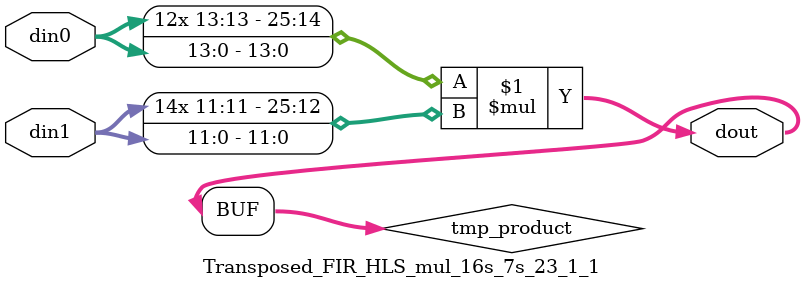
<source format=v>

`timescale 1 ns / 1 ps

 module Transposed_FIR_HLS_mul_16s_7s_23_1_1(din0, din1, dout);
parameter ID = 1;
parameter NUM_STAGE = 0;
parameter din0_WIDTH = 14;
parameter din1_WIDTH = 12;
parameter dout_WIDTH = 26;

input [din0_WIDTH - 1 : 0] din0; 
input [din1_WIDTH - 1 : 0] din1; 
output [dout_WIDTH - 1 : 0] dout;

wire signed [dout_WIDTH - 1 : 0] tmp_product;



























assign tmp_product = $signed(din0) * $signed(din1);








assign dout = tmp_product;





















endmodule

</source>
